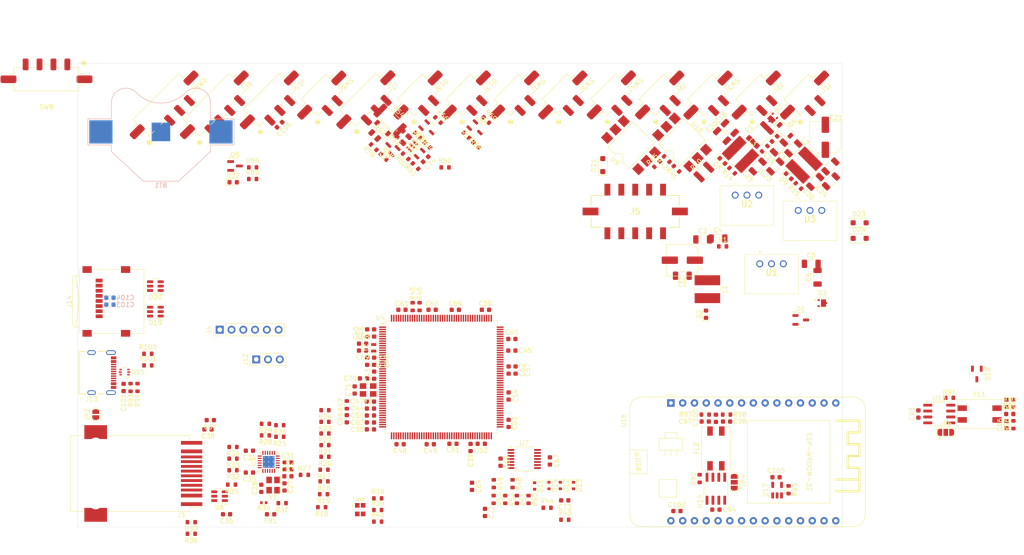
<source format=kicad_pcb>
(kicad_pcb
	(version 20241229)
	(generator "pcbnew")
	(generator_version "9.0")
	(general
		(thickness 1.6)
		(legacy_teardrops no)
	)
	(paper "A4")
	(layers
		(0 "F.Cu" signal)
		(4 "In1.Cu" power)
		(6 "In2.Cu" power)
		(2 "B.Cu" signal)
		(9 "F.Adhes" user "F.Adhesive")
		(11 "B.Adhes" user "B.Adhesive")
		(13 "F.Paste" user)
		(15 "B.Paste" user)
		(5 "F.SilkS" user "F.Silkscreen")
		(7 "B.SilkS" user "B.Silkscreen")
		(1 "F.Mask" user)
		(3 "B.Mask" user)
		(17 "Dwgs.User" user "User.Drawings")
		(19 "Cmts.User" user "User.Comments")
		(21 "Eco1.User" user "User.Eco1")
		(23 "Eco2.User" user "User.Eco2")
		(25 "Edge.Cuts" user)
		(27 "Margin" user)
		(31 "F.CrtYd" user "F.Courtyard")
		(29 "B.CrtYd" user "B.Courtyard")
		(35 "F.Fab" user)
		(33 "B.Fab" user)
		(39 "User.1" user)
		(41 "User.2" user)
		(43 "User.3" user)
		(45 "User.4" user)
		(47 "User.5" user)
		(49 "User.6" user)
		(51 "User.7" user)
		(53 "User.8" user)
		(55 "User.9" user)
	)
	(setup
		(stackup
			(layer "F.SilkS"
				(type "Top Silk Screen")
			)
			(layer "F.Paste"
				(type "Top Solder Paste")
			)
			(layer "F.Mask"
				(type "Top Solder Mask")
				(thickness 0.01)
			)
			(layer "F.Cu"
				(type "copper")
				(thickness 0.035)
			)
			(layer "dielectric 1"
				(type "prepreg")
				(thickness 0.1)
				(material "FR4")
				(epsilon_r 4.5)
				(loss_tangent 0.02)
			)
			(layer "In1.Cu"
				(type "copper")
				(thickness 0.035)
			)
			(layer "dielectric 2"
				(type "core")
				(thickness 1.24)
				(material "FR4")
				(epsilon_r 4.5)
				(loss_tangent 0.02)
			)
			(layer "In2.Cu"
				(type "copper")
				(thickness 0.035)
			)
			(layer "dielectric 3"
				(type "prepreg")
				(thickness 0.1)
				(material "FR4")
				(epsilon_r 4.5)
				(loss_tangent 0.02)
			)
			(layer "B.Cu"
				(type "copper")
				(thickness 0.035)
			)
			(layer "B.Mask"
				(type "Bottom Solder Mask")
				(thickness 0.01)
			)
			(layer "B.Paste"
				(type "Bottom Solder Paste")
			)
			(layer "B.SilkS"
				(type "Bottom Silk Screen")
			)
			(copper_finish "None")
			(dielectric_constraints no)
		)
		(pad_to_mask_clearance 0)
		(allow_soldermask_bridges_in_footprints no)
		(tenting front back)
		(pcbplotparams
			(layerselection 0x00000000_00000000_55555555_5755f5ff)
			(plot_on_all_layers_selection 0x00000000_00000000_00000000_00000000)
			(disableapertmacros no)
			(usegerberextensions no)
			(usegerberattributes yes)
			(usegerberadvancedattributes yes)
			(creategerberjobfile yes)
			(dashed_line_dash_ratio 12.000000)
			(dashed_line_gap_ratio 3.000000)
			(svgprecision 4)
			(plotframeref no)
			(mode 1)
			(useauxorigin no)
			(hpglpennumber 1)
			(hpglpenspeed 20)
			(hpglpendiameter 15.000000)
			(pdf_front_fp_property_popups yes)
			(pdf_back_fp_property_popups yes)
			(pdf_metadata yes)
			(pdf_single_document no)
			(dxfpolygonmode yes)
			(dxfimperialunits yes)
			(dxfusepcbnewfont yes)
			(psnegative no)
			(psa4output no)
			(plot_black_and_white yes)
			(sketchpadsonfab no)
			(plotpadnumbers no)
			(hidednponfab no)
			(sketchdnponfab yes)
			(crossoutdnponfab yes)
			(subtractmaskfromsilk no)
			(outputformat 1)
			(mirror no)
			(drillshape 1)
			(scaleselection 1)
			(outputdirectory "")
		)
	)
	(net 0 "")
	(net 1 "+3V3_FER")
	(net 2 "Earth")
	(net 3 "/Ethernet/LED_G")
	(net 4 "/Ethernet/LED_Y")
	(net 5 "GND")
	(net 6 "+3V3")
	(net 7 "+5V")
	(net 8 "+24V")
	(net 9 "Net-(U3-VI)")
	(net 10 "Net-(U2-VI)")
	(net 11 "/Peripherals/V_{ref}")
	(net 12 "Net-(D15-K)")
	(net 13 "/IEC_Charging_Circuit/CP")
	(net 14 "/IEC_Charging_Circuit/PP")
	(net 15 "V_{In}")
	(net 16 "/Core/EV_Start_Charging")
	(net 17 "Net-(U1-VI)")
	(net 18 "Net-(Q2-G)")
	(net 19 "/IEC_Charging_Circuit/PWM_SENSE")
	(net 20 "/Core/Charging_Point_PWM")
	(net 21 "/Core/~{IMD_Error_LED}")
	(net 22 "Net-(D1-K)")
	(net 23 "+12V")
	(net 24 "/Core/~{AMS_Error_LED}")
	(net 25 "unconnected-(U4G-PB6-Pad164)")
	(net 26 "unconnected-(U4B-PC13-Pad8)")
	(net 27 "unconnected-(U4B-PD4-Pad146)")
	(net 28 "unconnected-(U4B-PG13-Pad156)")
	(net 29 "unconnected-(U4B-PI1-Pad132)")
	(net 30 "unconnected-(U4B-PI8-Pad7)")
	(net 31 "unconnected-(U4G-PB7-Pad165)")
	(net 32 "unconnected-(U4B-PI0-Pad131)")
	(net 33 "/Core/OSC_in")
	(net 34 "/Core/SWCLK")
	(net 35 "unconnected-(U4B-PG3-Pad107)")
	(net 36 "/Core/AMS_Reset_in")
	(net 37 "/Core/AMS_Reset_out")
	(net 38 "/Core/SDC_out")
	(net 39 "unconnected-(U4B-PF8-Pad26)")
	(net 40 "/Core/SWDIO")
	(net 41 "unconnected-(U4B-PC10-Pad139)")
	(net 42 "/Ethernet/RMII_TX_EN")
	(net 43 "/Core/NRST")
	(net 44 "/Core/RMII_nRST")
	(net 45 "unconnected-(U4B-PI9-Pad11)")
	(net 46 "/Ethernet/RMII_RXD1")
	(net 47 "unconnected-(U4B-PI6-Pad175)")
	(net 48 "/Peripherals/USART_RX")
	(net 49 "unconnected-(U4B-PB5-Pad163)")
	(net 50 "unconnected-(U4B-PI3-Pad134)")
	(net 51 "/Peripherals/USB_OTG_VBUS")
	(net 52 "/Peripherals/SDMMC_D0")
	(net 53 "Net-(U4F-BOOT0)")
	(net 54 "unconnected-(U4B-PD7-Pad151)")
	(net 55 "/Core/LED_B")
	(net 56 "/Ethernet/RMII_MDIO")
	(net 57 "/Core/OSC_out")
	(net 58 "unconnected-(U4B-PA15-Pad138)")
	(net 59 "/Peripherals/ESP_RX")
	(net 60 "unconnected-(U4B-PF9-Pad27)")
	(net 61 "/Core/LED_G")
	(net 62 "unconnected-(U4B-PE2-Pad1)")
	(net 63 "/Ethernet/RMII_TXD1")
	(net 64 "/Peripherals/SDMMC_CMD")
	(net 65 "Net-(U4A-VREF+)")
	(net 66 "unconnected-(U4B-PD11-Pad99)")
	(net 67 "/Ethernet/RMII_MDC")
	(net 68 "unconnected-(U4B-PE3-Pad2)")
	(net 69 "/Core/OSC32_in")
	(net 70 "/Peripherals/USART_TX")
	(net 71 "unconnected-(U4B-PA10-Pad121)")
	(net 72 "/Core/LED_R")
	(net 73 "/Ethernet/RMII_RXD0")
	(net 74 "unconnected-(U4B-PC11-Pad140)")
	(net 75 "/Ethernet/RMII_CRS_DV")
	(net 76 "/Core/TRACESWO")
	(net 77 "/Ethernet/RMII_TXD0")
	(net 78 "/Core/OSC32_out")
	(net 79 "unconnected-(U4B-PG9-Pad152)")
	(net 80 "/Ethernet/RMII_REF_CLK")
	(net 81 "unconnected-(U4B-PB2-Pad58)")
	(net 82 "/Ethernet/XTAL2")
	(net 83 "/Ethernet/XTAL1")
	(net 84 "/Peripherals/ESP_TX")
	(net 85 "/Peripherals/STM_CAN_TX")
	(net 86 "/Peripherals/STM_CAN_RX")
	(net 87 "/Peripherals/SDMMC_CK")
	(net 88 "/Peripherals/ESP_CAN_RX")
	(net 89 "/SDC_and_SCS/RSD_in")
	(net 90 "/SDC_and_SCS/RSD_out")
	(net 91 "/Core/CANH")
	(net 92 "/Core/CANL")
	(net 93 "/Peripherals/ESP_CAN_TX")
	(net 94 "Net-(D5-A)")
	(net 95 "Net-(D9-A)")
	(net 96 "/Core/SDC_in")
	(net 97 "Net-(Q3-G)")
	(net 98 "Net-(Q4-G)")
	(net 99 "/Core/SDC_enable")
	(net 100 "VDD")
	(net 101 "Net-(J1-Pin_1)")
	(net 102 "Net-(J2-Pin_1)")
	(net 103 "Net-(U4F-PDR_ON)")
	(net 104 "/Peripherals/SDMMC_D1")
	(net 105 "/Peripherals/SDMMC_D2")
	(net 106 "/Peripherals/SDMMC_D3")
	(net 107 "/Core/SDC_Voltage")
	(net 108 "/Core/TSAL_Green")
	(net 109 "/Core/TS_on")
	(net 110 "/Peripherals/USB_OTG_DP")
	(net 111 "/Peripherals/USB_OTG_DN")
	(net 112 "/Peripherals/D-")
	(net 113 "/Peripherals/D+")
	(net 114 "/Core/Encoder_push")
	(net 115 "/Core/Encoder_A")
	(net 116 "/Core/Encoder_B")
	(net 117 "/Ethernet/RXN")
	(net 118 "/Ethernet/TXN")
	(net 119 "/Ethernet/RXP")
	(net 120 "/Ethernet/TXP")
	(net 121 "/Core/SDC_on")
	(net 122 "/Core/EncB_on")
	(net 123 "/Core/EncPush_on")
	(net 124 "/Core/EncA_on")
	(net 125 "Net-(D16-A)")
	(net 126 "Net-(D16-K)")
	(net 127 "Net-(D17-K)")
	(net 128 "Net-(D17-A)")
	(net 129 "Net-(D7-K)")
	(net 130 "unconnected-(U4B-PH9-Pad86)")
	(net 131 "unconnected-(U4B-PH6-Pad83)")
	(net 132 "unconnected-(U4B-PH7-Pad84)")
	(net 133 "Net-(J13-CC2)")
	(net 134 "Net-(U5-VDDCR)")
	(net 135 "Net-(C39-Pad1)")
	(net 136 "Net-(C45-Pad1)")
	(net 137 "Net-(D11-K)")
	(net 138 "Net-(D12-K)")
	(net 139 "Net-(D13-K)")
	(net 140 "Net-(D14-K)")
	(net 141 "Net-(U15-VBUS)")
	(net 142 "Net-(D2-A)")
	(net 143 "Net-(D8-A)")
	(net 144 "Net-(D10-BK)")
	(net 145 "Net-(D10-GK)")
	(net 146 "Net-(D10-RK)")
	(net 147 "Net-(D11-A)")
	(net 148 "Net-(U13-CANH)")
	(net 149 "Net-(U13-CANL)")
	(net 150 "Net-(U14-CANH)")
	(net 151 "Net-(U14-CANL)")
	(net 152 "Net-(J3-Pad11)")
	(net 153 "Net-(J3-Pad2)")
	(net 154 "unconnected-(J3-NC-Pad9)")
	(net 155 "Net-(J5-Pin_2)")
	(net 156 "Net-(J13-CC1)")
	(net 157 "unconnected-(J13-SBU2-PadB8)")
	(net 158 "unconnected-(J13-SBU1-PadA8)")
	(net 159 "Net-(Q2-D)")
	(net 160 "Net-(R29-Pad1)")
	(net 161 "Net-(J15-Pin_2)")
	(net 162 "Net-(JP4-C)")
	(net 163 "Net-(JP5-C)")
	(net 164 "Net-(U5-TXD0)")
	(net 165 "Net-(U5-TXD1)")
	(net 166 "Net-(U5-TXEN)")
	(net 167 "Net-(U5-RXD0{slash}MODE0)")
	(net 168 "Net-(U5-RXD1{slash}MODE1)")
	(net 169 "Net-(U5-CRS_DV{slash}MODE2)")
	(net 170 "Net-(U5-MDIO)")
	(net 171 "Net-(U5-MDC)")
	(net 172 "Net-(U5-~{INT}{slash}REFCLKO)")
	(net 173 "Net-(U5-RXER{slash}PHYAD0)")
	(net 174 "Net-(U5-RBIAS)")
	(net 175 "Net-(U8--)")
	(net 176 "Net-(R65-Pad1)")
	(net 177 "Net-(R70-Pad2)")
	(net 178 "Net-(U13-Rs)")
	(net 179 "Net-(U14-Rs)")
	(net 180 "Net-(U16-D21)")
	(net 181 "unconnected-(U7-Pad12)")
	(net 182 "unconnected-(U7-Pad10)")
	(net 183 "unconnected-(U9-Pad3)")
	(net 184 "unconnected-(U10-Pad3)")
	(net 185 "unconnected-(U10-Pad5)")
	(net 186 "unconnected-(U16-D26-Pad7)")
	(net 187 "unconnected-(U16-D2-Pad27)")
	(net 188 "unconnected-(U16-VIN-Pad1)")
	(net 189 "unconnected-(U16-D34-Pad12)")
	(net 190 "unconnected-(U16-D39{slash}VN-Pad13)")
	(net 191 "unconnected-(U16-D19-Pad21)")
	(net 192 "unconnected-(U16-D36{slash}VP-Pad14)")
	(net 193 "unconnected-(U16-TX0{slash}D1-Pad18)")
	(net 194 "unconnected-(U16-D14-Pad5)")
	(net 195 "unconnected-(U16-D25-Pad8)")
	(net 196 "unconnected-(U16-D15-Pad28)")
	(net 197 "unconnected-(U16-D13-Pad3)")
	(net 198 "unconnected-(U16-D23-Pad16)")
	(net 199 "unconnected-(U16-D27-Pad6)")
	(net 200 "unconnected-(U16-EN-Pad15)")
	(net 201 "unconnected-(U16-D33-Pad9)")
	(net 202 "unconnected-(U16-D22-Pad17)")
	(net 203 "unconnected-(U16-D35-Pad11)")
	(net 204 "unconnected-(U16-D18-Pad22)")
	(net 205 "unconnected-(U16-D12-Pad4)")
	(net 206 "unconnected-(U16-D32-Pad10)")
	(net 207 "unconnected-(U16-RX0{slash}D3-Pad19)")
	(net 208 "unconnected-(U17-NC-Pad1)")
	(net 209 "Net-(BT1-+)")
	(net 210 "VBAT")
	(net 211 "Net-(D22-A)")
	(net 212 "Net-(Q5-G)")
	(footprint "Capacitor_SMD:C_1206_3216Metric" (layer "F.Cu") (at 218 62.3 45))
	(footprint "Package_SO:SOIC-8_3.9x4.9mm_P1.27mm" (layer "F.Cu") (at 201.29 135.7 90))
	(footprint "Resistor_SMD:R_0603_1608Metric" (layer "F.Cu") (at 107.265 121.99 180))
	(footprint "Capacitor_SMD:C_1206_3216Metric" (layer "F.Cu") (at 226.1 69.4 45))
	(footprint "Capacitor_SMD:C_0603_1608Metric" (layer "F.Cu") (at 154.862501 129.975 -90))
	(footprint "Package_TO_SOT_SMD:SOT-23" (layer "F.Cu") (at 97.6 66.085))
	(footprint "Charger:ESP32-WROOM-32-DevKit-30Pin" (layer "F.Cu") (at 191.6 117.2 -90))
	(footprint "LED_SMD:LED_0603_1608Metric" (layer "F.Cu") (at 97.2 69.6))
	(footprint "Inductor_SMD:L_Wuerth_WE-PD2-Typ-MS" (layer "F.Cu") (at 206.6 63.6 -45))
	(footprint "Package_TO_SOT_SMD:SOT-23-3" (layer "F.Cu") (at 149.578751 58.078751 -45))
	(footprint "Resistor_SMD:R_0603_1608Metric" (layer "F.Cu") (at 97.165 131.71 180))
	(footprint "Package_DIP:SMDIP-6_W9.53mm" (layer "F.Cu") (at 183 61.6 135))
	(footprint "FaSTTUBe_connectors:Micro_Mate-N-Lok_2p_vertical" (layer "F.Cu") (at 220.4 50.8 -135))
	(footprint "Resistor_SMD:R_0603_1608Metric" (layer "F.Cu") (at 265.47 117.28 90))
	(footprint "Resistor_SMD:R_0603_1608Metric" (layer "F.Cu") (at 78.8 106.59))
	(footprint "Diode_SMD:D_SOD-123" (layer "F.Cu") (at 216.2 58.4 -45))
	(footprint "Inductor_SMD:L_0603_1608Metric" (layer "F.Cu") (at 105.265 141.2 180))
	(footprint "Resistor_SMD:R_0603_1608Metric" (layer "F.Cu") (at 75.07 113.85 -90))
	(footprint "Inductor_SMD:L_Wuerth_WE-PD2-Typ-MS" (layer "F.Cu") (at 220.3 65.9 45))
	(footprint "LED_SMD:LED_0603_1608Metric" (layer "F.Cu") (at 213.956847 60.243153 -135))
	(footprint "Capacitor_SMD:CP_Elec_6.3x7.7" (layer "F.Cu") (at 224.9 59.9 90))
	(footprint "Capacitor_SMD:C_0603_1608Metric" (layer "F.Cu") (at 203.6 121.2))
	(footprint "Package_TO_SOT_SMD:SOT-23-3" (layer "F.Cu") (at 219.6025 99.29))
	(footprint "Resistor_SMD:R_0603_1608Metric" (layer "F.Cu") (at 88.165 145.41 180))
	(footprint "Resistor_SMD:R_0603_1608Metric" (layer "F.Cu") (at 139.078751 61.578751 -45))
	(footprint "Capacitor_SMD:CP_Elec_6.3x7.7" (layer "F.Cu") (at 194.0625 86.41 180))
	(footprint "Resistor_SMD:R_0603_1608Metric" (layer "F.Cu") (at 101.4 68.9))
	(footprint "Resistor_SMD:R_0603_1608Metric" (layer "F.Cu") (at 147.478751 59.478751 -45))
	(footprint "Capacitor_SMD:C_0603_1608Metric" (layer "F.Cu") (at 126.8 116.9))
	(footprint "Charger:173010542" (layer "F.Cu") (at 208 74.3))
	(footprint "FaSTTUBe_connectors:Micro_Mate-N-Lok_2p_vertical" (layer "F.Cu") (at 178.757502 50.757502 -135))
	(footprint "Resistor_SMD:R_0603_1608Metric" (layer "F.Cu") (at 129.621249 64.130437 -45))
	(footprint "Capacitor_SMD:C_0603_1608Metric" (layer "F.Cu") (at 140.1 97.1 180))
	(footprint "Resistor_SMD:R_0603_1608Metric" (layer "F.Cu") (at 116.7 136.87 180))
	(footprint "Jumper:SolderJumper-3_P1.3mm_Open_RoundedPad1.0x1.5mm" (layer "F.Cu") (at 250.869998 123.537501))
	(footprint "Resistor_SMD:R_0603_1608Metric"
		(layer "F.Cu")
		(uuid "2b022dd5-0082-495a-a6c4-0c5678fb880f")
		(at 202.75 83.435)
		(descr "Resistor SMD 0603 (1608 Metric), square (rectangular) end terminal, IPC_7351 nominal, (Body size source: IPC-SM-782 page 72, https://www.pcb-3d.com/wordpress/wp-content/uploads/ipc-sm-782a_amendment_1_and_2.pdf), generated with kicad-footprint-generator")
		(tags "resistor")
		(property "Reference" "R1"
			(at 0 -1.43 0)
			(layer "F.SilkS")
			(uuid "4e55722a-214f-4769-be28-6dd2f0b1e235")
			(effects
				(font
					(size 1 1)
					(thickness 0.15)
				)
			)
		)
		(property "Value" "1k"
			(at 0 1.43 0)
			(layer "F.Fab")
			(uuid "e7a158ae-2162-42bc-902a-f53cbd3eedad")
			(effects
				(font
					(size 1 1)
					(thickness 0.15)
				)
			)
		)
		(property "Datasheet" ""
			(at 0 0 0)
			(unlocked yes)
			(layer "F.Fab")
			(hide yes)
			(uuid "5b0902c0-3297-41f3-9bdc-29382d7e38ec")
			(effects
				(font
					(size 1.27 1.27)
					(thickness 0.15)
				)
			)
		)
		(property "Description" "Resistor, small symbol"
			(at 0 0 0)
			(unlocked yes)
			(layer "F.Fab")
			(hide yes)
			(uuid "0d67019e-adf5-4053-803f-fb9f031b6a4d")
			(effects
				(font
					(size 1.27 1.27)
					(thickness 0.15)
				)
			)
		)
		(property ki_fp_filters "R_*")
		(path "/91c9895f-7dce-429f-866f-2980d966c967/eb69577f-6190-4498-954e-d8ebdccad5bd")
		(sheetname "/Power/")
		(sheetfile "Power.kicad_sch")
		(attr smd)
		(fp_line
			(start -0.237258 -0.5225)
			(end 0.237258 -0.5225)
			(stroke
				(width 0.12)
				(type solid)
			)
			(layer "F.SilkS")
			(uuid "4c7bbbfb-1ffb-4666-8e99-db01f28ab3ce")
		)
		(fp_line
			(start -0.237258 0.5225)
			(end 0.237258 0.5225)
			(stroke
				(width 0.12)
				(type solid)
			)
			(layer "F.SilkS")
			(uuid "87ac39aa-806b-43ae-8a98-12bd3cadb9c6")
		)
		(fp_line
			(start -1.48 -0.73)
			(end 1.48 -0.73)
			(stroke
				(width 0.05)
				(type solid)
			)
			(layer "F.CrtYd")
			(uuid "88363201-015e-4978-a6cd-b07a2cbf247b")
		)
		(fp_line
			(start -1.48 0.73)
			(end -1.48 -0.73)
			(stroke
				(width 0.05)
				(type solid)
			)
			(layer "F.CrtYd")
			(uuid "2face028-89e5-4596-b7de-f015048fc25a")
		)
		(fp_line
			(start 1.48 -0.73)
			(end 1.48 0.73)
			(stroke
				(width 0.05)
				(type solid)
			)
			(layer "F.CrtYd")
			(uuid "9f151b48-4d7c-422a-8480-19dfcedf9a04")
		)
		(fp_line
			(start 1.48 0.73)
			(end -1.48 0.73)
			(stroke
				(width 0.05)
				(type solid)
			)
			(layer "F.CrtYd")
			(uuid "fb8a2bd7-6c68-43b7-a060-6c1f1702094d")
		)
		(fp_line
			(start -0.8 -0.4125)
			(end 0.8 -0.4125)
			(stroke
				(width 0.1)
				(type solid)
			)
			(layer "F.Fab")
			(uuid "45b23c7c-3c64-425c-a329-45607c4fc919")
		)
		(fp_line
			(start -0.8 0.4125)
			(end -0.8 -0.4125)
			(stroke
				(width 0.1)
				(type solid)
			)
			(layer "F.Fab")
			(uuid "cab85259-7a60-462a-a205-00e42c0a93bc")
		)
		(fp_line
			(start 0.8 -0.4125)
			(end 0.8 0.4125)
			(stroke
				(width 0.1)
				(type solid)
			)
			(layer "F.Fab")
			(uuid "fe8f4934-800e-4b9f-89a6-7bb12423daed")
		)
		(fp_line
			(start 0.8 0.4125)
			(end -0.8 0.4125)
			(stroke
				(width 0.1)
				(type solid)
			)
			(layer "F.Fab")
			(uuid "9708ea4b-1aa4-4fd9-bca0-2b70edde02a5")
		)
		(fp_text user "${REFERENCE}"
			(at 0 0 0)
			(layer "F.Fab")
			(uuid "9243e0b2-b983-42cf-8697-3eb042929548")
			(effects
				(font
					(size 0.4 0.4)
					(thickness 0.06)
				)
			)
		)
		(pad "1" smd roundrect
			(at -0.825 0)
			(size 0.8 0.95)
			(layers "F.Cu" "F.Mask" "F.Paste")
			(roundrect_rratio 0.25)
			(net 22 "Net-(D1-K)")
			(pintype "passive")
			(uuid "25a652ff-5541-4c66-b5bc-d29f3e83a382")
		)
		(pad "2" smd roundrect
			(at 0.825 0)
			(size 0.8 0.95)
			(layers "F.Cu" "F.Mask" "F.Paste")
			(roundrect_rratio 0.25)
			(net 142 "Net-(D2-A)")
			(pintype "passive")
			(uuid "f68ea9da-6c8e-49d3-8575-1c5823edc4af")
		)
		(embedded_fonts no)
		(model "${KICAD8_3DMODEL_DIR}/Resistor_SMD.3dshapes/R_0603_1608Metric.wrl"
			(offset
				(xyz 0 0 0)
			)
			(scale
				(xyz 1 1 1)
			)
			(rotate
				(xyz 0 0 0)

... [934315 chars truncated]
</source>
